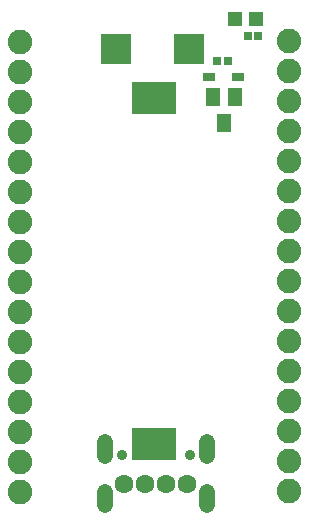
<source format=gbr>
G04 EAGLE Gerber RS-274X export*
G75*
%MOMM*%
%FSLAX34Y34*%
%LPD*%
%INSoldermask Bottom*%
%IPPOS*%
%AMOC8*
5,1,8,0,0,1.08239X$1,22.5*%
G01*
%ADD10C,2.082800*%
%ADD11R,2.571200X2.606800*%
%ADD12R,1.203200X1.603200*%
%ADD13R,0.743200X0.803200*%
%ADD14R,1.303200X1.203200*%
%ADD15R,3.803200X2.803200*%
%ADD16R,1.003200X0.803200*%
%ADD17C,1.603200*%
%ADD18C,1.361200*%
%ADD19C,0.903200*%


D10*
X14290Y33539D03*
X14290Y58939D03*
X14290Y84339D03*
X14290Y109739D03*
X14290Y135139D03*
X14290Y160539D03*
X14290Y185939D03*
X14290Y211339D03*
X14290Y236739D03*
X14290Y262139D03*
X14290Y287539D03*
X14290Y312939D03*
X14290Y338339D03*
X14290Y363739D03*
X14290Y389139D03*
X14290Y414539D03*
X242570Y34330D03*
X242570Y59730D03*
X242570Y85130D03*
X242570Y110530D03*
X242570Y135930D03*
X242570Y161330D03*
X242570Y186730D03*
X242570Y212130D03*
X242570Y237530D03*
X242570Y262930D03*
X242570Y288330D03*
X242570Y313730D03*
X242570Y339130D03*
X242570Y364530D03*
X242570Y389930D03*
X242570Y415330D03*
D11*
X157945Y408800D03*
X95521Y408800D03*
D12*
X187205Y346125D03*
X196705Y368125D03*
X177705Y368125D03*
D13*
X216045Y419915D03*
X207405Y419915D03*
D14*
X213990Y433600D03*
X196990Y433600D03*
D15*
X127635Y366845D03*
X127635Y73845D03*
D16*
X199190Y384810D03*
X174190Y384810D03*
D13*
X190375Y398780D03*
X181735Y398780D03*
D17*
X102235Y40640D03*
X120015Y40640D03*
X138430Y40005D03*
X156210Y40005D03*
D18*
X86340Y63950D02*
X86340Y75530D01*
X172740Y75530D02*
X172740Y63950D01*
X86340Y33730D02*
X86340Y22150D01*
X172740Y22150D02*
X172740Y33730D01*
D19*
X100640Y64440D03*
X158440Y64440D03*
M02*

</source>
